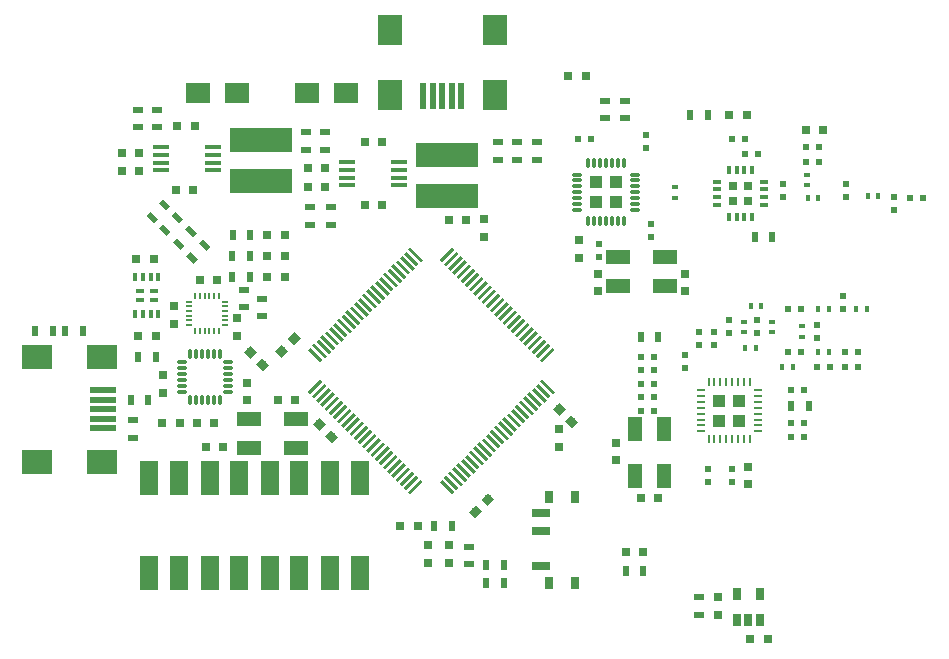
<source format=gtp>
%TF.GenerationSoftware,KiCad,Pcbnew,no-vcs-found-2c23c4c~60~ubuntu14.04.1*%
%TF.CreationDate,2017-10-20T13:03:47+02:00*%
%TF.ProjectId,RCCAR_IF_Board_GPS,52434341525F49465F426F6172645F47,rev?*%
%TF.SameCoordinates,Original*%
%TF.FileFunction,Paste,Top*%
%TF.FilePolarity,Positive*%
%FSLAX46Y46*%
G04 Gerber Fmt 4.6, Leading zero omitted, Abs format (unit mm)*
G04 Created by KiCad (PCBNEW no-vcs-found-2c23c4c~60~ubuntu14.04.1) date Fri Oct 20 13:03:47 2017*
%MOMM*%
%LPD*%
G01*
G04 APERTURE LIST*
%ADD10O,0.200000X0.550000*%
%ADD11O,0.550000X0.200000*%
%ADD12O,0.250000X0.700000*%
%ADD13O,0.700000X0.250000*%
%ADD14R,1.035000X1.035000*%
%ADD15O,0.850000X0.300000*%
%ADD16O,0.300000X0.850000*%
%ADD17R,0.800000X0.750000*%
%ADD18C,0.750000*%
%ADD19C,0.100000*%
%ADD20R,0.750000X0.800000*%
%ADD21R,0.600000X0.500000*%
%ADD22R,0.500000X0.600000*%
%ADD23R,0.900000X0.500000*%
%ADD24R,0.600000X0.400000*%
%ADD25R,0.400000X0.600000*%
%ADD26R,0.500000X0.900000*%
%ADD27R,5.295900X1.998980*%
%ADD28C,0.500000*%
%ADD29C,0.280000*%
%ADD30R,1.005000X1.005000*%
%ADD31R,0.800000X0.350000*%
%ADD32R,0.350000X0.800000*%
%ADD33R,0.750000X0.750000*%
%ADD34R,1.450000X0.450000*%
%ADD35R,2.150000X1.800000*%
%ADD36R,0.797560X0.797560*%
%ADD37R,0.500380X2.301240*%
%ADD38R,1.998980X2.499360*%
%ADD39R,2.499360X1.998980*%
%ADD40R,2.301240X0.500380*%
%ADD41R,1.524000X3.000000*%
%ADD42R,0.720000X0.465000*%
%ADD43R,0.350000X0.650000*%
%ADD44R,0.800000X1.000000*%
%ADD45R,1.500000X0.700000*%
%ADD46R,0.650000X1.060000*%
%ADD47R,2.000000X1.300000*%
%ADD48R,1.300000X2.000000*%
G04 APERTURE END LIST*
D10*
%TO.C,U14*%
X119364000Y-99671000D03*
X118964000Y-99671000D03*
X118564000Y-99671000D03*
X118164000Y-99671000D03*
X117764000Y-99671000D03*
X117364000Y-99671000D03*
D11*
X116864000Y-99171000D03*
X116864000Y-98771000D03*
X116864000Y-98371000D03*
X116864000Y-97971000D03*
X116864000Y-97571000D03*
X116864000Y-97171000D03*
D10*
X117364000Y-96671000D03*
X117764000Y-96671000D03*
X118164000Y-96671000D03*
X118564000Y-96671000D03*
X118964000Y-96671000D03*
X119364000Y-96671000D03*
D11*
X119864000Y-97171000D03*
X119864000Y-97571000D03*
X119864000Y-97971000D03*
X119864000Y-98371000D03*
X119864000Y-98771000D03*
X119864000Y-99171000D03*
%TD*%
D12*
%TO.C,U4*%
X160838000Y-108813000D03*
X161338000Y-108813000D03*
X161838000Y-108813000D03*
X162338000Y-108813000D03*
X162838000Y-108813000D03*
X163338000Y-108813000D03*
X163838000Y-108813000D03*
X164338000Y-108813000D03*
D13*
X164988000Y-108163000D03*
X164988000Y-107663000D03*
X164988000Y-107163000D03*
X164988000Y-106663000D03*
X164988000Y-106163000D03*
X164988000Y-105663000D03*
X164988000Y-105163000D03*
X164988000Y-104663000D03*
D12*
X164338000Y-104013000D03*
X163838000Y-104013000D03*
X163338000Y-104013000D03*
X162838000Y-104013000D03*
X162338000Y-104013000D03*
X161838000Y-104013000D03*
X161338000Y-104013000D03*
X160838000Y-104013000D03*
D13*
X160188000Y-104663000D03*
X160188000Y-105163000D03*
X160188000Y-105663000D03*
X160188000Y-106163000D03*
X160188000Y-106663000D03*
X160188000Y-107163000D03*
X160188000Y-107663000D03*
X160188000Y-108163000D03*
D14*
X163450500Y-105550500D03*
X161725500Y-105550500D03*
X163450500Y-107275500D03*
X161725500Y-107275500D03*
%TD*%
D15*
%TO.C,U8*%
X116252000Y-102331000D03*
X116252000Y-102831000D03*
X116252000Y-103331000D03*
X116252000Y-103831000D03*
X116252000Y-104331000D03*
X116252000Y-104831000D03*
D16*
X116952000Y-105531000D03*
X117452000Y-105531000D03*
X117952000Y-105531000D03*
X118452000Y-105531000D03*
X118952000Y-105531000D03*
X119452000Y-105531000D03*
D15*
X120152000Y-104831000D03*
X120152000Y-104331000D03*
X120152000Y-103831000D03*
X120152000Y-103331000D03*
X120152000Y-102831000D03*
X120152000Y-102331000D03*
D16*
X119452000Y-101631000D03*
X118952000Y-101631000D03*
X118452000Y-101631000D03*
X117952000Y-101631000D03*
X117452000Y-101631000D03*
X116952000Y-101631000D03*
%TD*%
D17*
%TO.C,C1*%
X125857000Y-105537000D03*
X124357000Y-105537000D03*
%TD*%
D18*
%TO.C,C2*%
X149247330Y-107337330D03*
D19*
G36*
X149795338Y-107355008D02*
X149265008Y-107885338D01*
X148699322Y-107319652D01*
X149229652Y-106789322D01*
X149795338Y-107355008D01*
X149795338Y-107355008D01*
G37*
D18*
X148186670Y-106276670D03*
D19*
G36*
X148734678Y-106294348D02*
X148204348Y-106824678D01*
X147638662Y-106258992D01*
X148168992Y-105728662D01*
X148734678Y-106294348D01*
X148734678Y-106294348D01*
G37*
%TD*%
D20*
%TO.C,C3*%
X141859000Y-90182000D03*
X141859000Y-91682000D03*
%TD*%
D17*
%TO.C,C4*%
X119749000Y-109474000D03*
X118249000Y-109474000D03*
%TD*%
%TO.C,C5*%
X150471000Y-78105000D03*
X148971000Y-78105000D03*
%TD*%
D20*
%TO.C,C6*%
X137072715Y-117800274D03*
X137072715Y-119300274D03*
%TD*%
%TO.C,C7*%
X138868767Y-119300274D03*
X138868767Y-117800274D03*
%TD*%
D17*
%TO.C,C8*%
X136228059Y-116205000D03*
X134728059Y-116205000D03*
%TD*%
D18*
%TO.C,C9*%
X128927330Y-108607330D03*
D19*
G36*
X129475338Y-108625008D02*
X128945008Y-109155338D01*
X128379322Y-108589652D01*
X128909652Y-108059322D01*
X129475338Y-108625008D01*
X129475338Y-108625008D01*
G37*
D18*
X127866670Y-107546670D03*
D19*
G36*
X128414678Y-107564348D02*
X127884348Y-108094678D01*
X127318662Y-107528992D01*
X127848992Y-106998662D01*
X128414678Y-107564348D01*
X128414678Y-107564348D01*
G37*
%TD*%
D18*
%TO.C,C10*%
X125752330Y-100307670D03*
D19*
G36*
X125770008Y-99759662D02*
X126300338Y-100289992D01*
X125734652Y-100855678D01*
X125204322Y-100325348D01*
X125770008Y-99759662D01*
X125770008Y-99759662D01*
G37*
D18*
X124691670Y-101368330D03*
D19*
G36*
X124709348Y-100820322D02*
X125239678Y-101350652D01*
X124673992Y-101916338D01*
X124143662Y-101386008D01*
X124709348Y-100820322D01*
X124709348Y-100820322D01*
G37*
%TD*%
D17*
%TO.C,C11*%
X140323000Y-90297000D03*
X138823000Y-90297000D03*
%TD*%
D18*
%TO.C,C12*%
X141097000Y-114979660D03*
D19*
G36*
X141079322Y-115527668D02*
X140548992Y-114997338D01*
X141114678Y-114431652D01*
X141645008Y-114961982D01*
X141079322Y-115527668D01*
X141079322Y-115527668D01*
G37*
D18*
X142157660Y-113919000D03*
D19*
G36*
X142139982Y-114467008D02*
X141609652Y-113936678D01*
X142175338Y-113370992D01*
X142705668Y-113901322D01*
X142139982Y-114467008D01*
X142139982Y-114467008D01*
G37*
%TD*%
D21*
%TO.C,C13*%
X149754500Y-83439000D03*
X150854500Y-83439000D03*
%TD*%
D22*
%TO.C,C14*%
X151574500Y-93387000D03*
X151574500Y-92287000D03*
%TD*%
%TO.C,C15*%
X155956000Y-91736000D03*
X155956000Y-90636000D03*
%TD*%
D20*
%TO.C,C16*%
X151511000Y-96317500D03*
X151511000Y-94817500D03*
%TD*%
D22*
%TO.C,C17*%
X155511500Y-83079500D03*
X155511500Y-84179500D03*
%TD*%
D20*
%TO.C,C18*%
X158877000Y-94817500D03*
X158877000Y-96317500D03*
%TD*%
%TO.C,C19*%
X149860000Y-93460000D03*
X149860000Y-91960000D03*
%TD*%
D17*
%TO.C,C20*%
X170549000Y-82677000D03*
X169049000Y-82677000D03*
%TD*%
D21*
%TO.C,C21*%
X170222000Y-84074000D03*
X169122000Y-84074000D03*
%TD*%
%TO.C,C22*%
X170222000Y-85344000D03*
X169122000Y-85344000D03*
%TD*%
D22*
%TO.C,C23*%
X167132000Y-87207000D03*
X167132000Y-88307000D03*
%TD*%
%TO.C,C24*%
X172466000Y-87207000D03*
X172466000Y-88307000D03*
%TD*%
D21*
%TO.C,C25*%
X177885000Y-88392000D03*
X178985000Y-88392000D03*
%TD*%
D22*
%TO.C,C26*%
X176530000Y-89450000D03*
X176530000Y-88350000D03*
%TD*%
%TO.C,C27*%
X160782000Y-111337000D03*
X160782000Y-112437000D03*
%TD*%
%TO.C,C28*%
X162814000Y-111337000D03*
X162814000Y-112437000D03*
%TD*%
D20*
%TO.C,C29*%
X164211000Y-112637000D03*
X164211000Y-111137000D03*
%TD*%
%TO.C,C30*%
X153035000Y-110605000D03*
X153035000Y-109105000D03*
%TD*%
D17*
%TO.C,C31*%
X155079000Y-113792000D03*
X156579000Y-113792000D03*
%TD*%
D21*
%TO.C,C32*%
X155152000Y-106426000D03*
X156252000Y-106426000D03*
%TD*%
%TO.C,C33*%
X167852000Y-108648500D03*
X168952000Y-108648500D03*
%TD*%
%TO.C,C34*%
X155152000Y-104140000D03*
X156252000Y-104140000D03*
%TD*%
%TO.C,C35*%
X167852000Y-107442000D03*
X168952000Y-107442000D03*
%TD*%
%TO.C,C36*%
X156252000Y-105283000D03*
X155152000Y-105283000D03*
%TD*%
%TO.C,C37*%
X167852000Y-104648000D03*
X168952000Y-104648000D03*
%TD*%
%TO.C,C38*%
X156252000Y-101854000D03*
X155152000Y-101854000D03*
%TD*%
%TO.C,C39*%
X156252000Y-102997000D03*
X155152000Y-102997000D03*
%TD*%
D22*
%TO.C,C40*%
X158877000Y-102785000D03*
X158877000Y-101685000D03*
%TD*%
%TO.C,C41*%
X160020000Y-100880000D03*
X160020000Y-99780000D03*
%TD*%
D21*
%TO.C,C42*%
X172424000Y-101473000D03*
X173524000Y-101473000D03*
%TD*%
D22*
%TO.C,C43*%
X161290000Y-100880000D03*
X161290000Y-99780000D03*
%TD*%
D21*
%TO.C,C44*%
X168698000Y-101473000D03*
X167598000Y-101473000D03*
%TD*%
%TO.C,C45*%
X170011000Y-102743000D03*
X171111000Y-102743000D03*
%TD*%
%TO.C,C46*%
X172424000Y-102743000D03*
X173524000Y-102743000D03*
%TD*%
D22*
%TO.C,C47*%
X170053000Y-99145000D03*
X170053000Y-100245000D03*
%TD*%
%TO.C,C48*%
X164973000Y-98764000D03*
X164973000Y-99864000D03*
%TD*%
%TO.C,C49*%
X162560000Y-98764000D03*
X162560000Y-99864000D03*
%TD*%
D21*
%TO.C,C50*%
X167598000Y-97790000D03*
X168698000Y-97790000D03*
%TD*%
D22*
%TO.C,C51*%
X172212000Y-97832000D03*
X172212000Y-96732000D03*
%TD*%
D17*
%TO.C,C52*%
X112637000Y-86106000D03*
X111137000Y-86106000D03*
%TD*%
%TO.C,C53*%
X112637000Y-84582000D03*
X111137000Y-84582000D03*
%TD*%
%TO.C,C54*%
X115709000Y-87757000D03*
X117209000Y-87757000D03*
%TD*%
%TO.C,C55*%
X117336000Y-82296000D03*
X115836000Y-82296000D03*
%TD*%
%TO.C,C57*%
X128385000Y-87503000D03*
X126885000Y-87503000D03*
%TD*%
%TO.C,C58*%
X128385000Y-85852000D03*
X126885000Y-85852000D03*
%TD*%
%TO.C,C59*%
X131711000Y-89027000D03*
X133211000Y-89027000D03*
%TD*%
%TO.C,C60*%
X133211000Y-83693000D03*
X131711000Y-83693000D03*
%TD*%
D20*
%TO.C,C61*%
X161671000Y-122186000D03*
X161671000Y-123686000D03*
%TD*%
D17*
%TO.C,C62*%
X165850000Y-125730000D03*
X164350000Y-125730000D03*
%TD*%
%TO.C,C63*%
X112532197Y-100071004D03*
X114032197Y-100071004D03*
%TD*%
%TO.C,C64*%
X118987000Y-107442000D03*
X117487000Y-107442000D03*
%TD*%
D18*
%TO.C,C65*%
X122024670Y-101450670D03*
D19*
G36*
X121476662Y-101432992D02*
X122006992Y-100902662D01*
X122572678Y-101468348D01*
X122042348Y-101998678D01*
X121476662Y-101432992D01*
X121476662Y-101432992D01*
G37*
D18*
X123085330Y-102511330D03*
D19*
G36*
X122537322Y-102493652D02*
X123067652Y-101963322D01*
X123633338Y-102529008D01*
X123103008Y-103059338D01*
X122537322Y-102493652D01*
X122537322Y-102493652D01*
G37*
%TD*%
D20*
%TO.C,C66*%
X114681000Y-104890000D03*
X114681000Y-103390000D03*
%TD*%
D17*
%TO.C,C67*%
X114566000Y-107442000D03*
X116066000Y-107442000D03*
%TD*%
D20*
%TO.C,C68*%
X121793000Y-104025000D03*
X121793000Y-105525000D03*
%TD*%
D23*
%TO.C,L1*%
X140575015Y-119421656D03*
X140575015Y-117921656D03*
%TD*%
D24*
%TO.C,L2*%
X169164000Y-87318000D03*
X169164000Y-86418000D03*
%TD*%
D25*
%TO.C,L3*%
X169222000Y-88392000D03*
X170122000Y-88392000D03*
%TD*%
%TO.C,L4*%
X174302000Y-88265000D03*
X175202000Y-88265000D03*
%TD*%
%TO.C,L5*%
X167063000Y-102743000D03*
X167963000Y-102743000D03*
%TD*%
%TO.C,L6*%
X163946000Y-101092000D03*
X164846000Y-101092000D03*
%TD*%
D24*
%TO.C,L7*%
X168783000Y-99245000D03*
X168783000Y-100145000D03*
%TD*%
D26*
%TO.C,L8*%
X156591000Y-100203000D03*
X155091000Y-100203000D03*
%TD*%
D24*
%TO.C,L9*%
X163830000Y-98864000D03*
X163830000Y-99764000D03*
%TD*%
%TO.C,L10*%
X166243000Y-98864000D03*
X166243000Y-99764000D03*
%TD*%
D25*
%TO.C,L11*%
X171011000Y-97790000D03*
X170111000Y-97790000D03*
%TD*%
%TO.C,L12*%
X164396000Y-97536000D03*
X165296000Y-97536000D03*
%TD*%
%TO.C,L13*%
X174249500Y-97790000D03*
X173349500Y-97790000D03*
%TD*%
D27*
%TO.C,L14*%
X122936000Y-83469480D03*
X122936000Y-86964520D03*
%TD*%
D24*
%TO.C,L15*%
X157988000Y-87492000D03*
X157988000Y-88392000D03*
%TD*%
D27*
%TO.C,L16*%
X138684000Y-84752480D03*
X138684000Y-88247520D03*
%TD*%
D26*
%TO.C,R1*%
X122023000Y-93281500D03*
X120523000Y-93281500D03*
%TD*%
%TO.C,R2*%
X122023000Y-95059500D03*
X120523000Y-95059500D03*
%TD*%
%TO.C,R3*%
X139101741Y-116215408D03*
X137601741Y-116215408D03*
%TD*%
D23*
%TO.C,R4*%
X152082500Y-80149000D03*
X152082500Y-81649000D03*
%TD*%
%TO.C,R5*%
X153733500Y-81649000D03*
X153733500Y-80149000D03*
%TD*%
%TO.C,R6*%
X160020000Y-122186000D03*
X160020000Y-123686000D03*
%TD*%
D26*
%TO.C,R7*%
X111899000Y-105537000D03*
X113399000Y-105537000D03*
%TD*%
%TO.C,R8*%
X164731000Y-91694000D03*
X166231000Y-91694000D03*
%TD*%
D23*
%TO.C,R9*%
X112141000Y-107200000D03*
X112141000Y-108700000D03*
%TD*%
D26*
%TO.C,R10*%
X155309000Y-120015000D03*
X153809000Y-120015000D03*
%TD*%
%TO.C,R11*%
X167842500Y-106045000D03*
X169342500Y-106045000D03*
%TD*%
D25*
%TO.C,R12*%
X170111000Y-101473000D03*
X171011000Y-101473000D03*
%TD*%
D23*
%TO.C,R13*%
X112522000Y-82411000D03*
X112522000Y-80911000D03*
%TD*%
%TO.C,R14*%
X114173000Y-80911000D03*
X114173000Y-82411000D03*
%TD*%
D26*
%TO.C,R15*%
X105301000Y-99648000D03*
X103801000Y-99648000D03*
%TD*%
%TO.C,R16*%
X107841000Y-99648000D03*
X106341000Y-99648000D03*
%TD*%
D28*
%TO.C,R17*%
X114784030Y-91120055D03*
D19*
G36*
X114925451Y-91615030D02*
X114289055Y-90978634D01*
X114642609Y-90625080D01*
X115279005Y-91261476D01*
X114925451Y-91615030D01*
X114925451Y-91615030D01*
G37*
D28*
X115844690Y-90059395D03*
D19*
G36*
X115986111Y-90554370D02*
X115349715Y-89917974D01*
X115703269Y-89564420D01*
X116339665Y-90200816D01*
X115986111Y-90554370D01*
X115986111Y-90554370D01*
G37*
%TD*%
D28*
%TO.C,R18*%
X113706399Y-90042424D03*
D19*
G36*
X113847820Y-90537399D02*
X113211424Y-89901003D01*
X113564978Y-89547449D01*
X114201374Y-90183845D01*
X113847820Y-90537399D01*
X113847820Y-90537399D01*
G37*
D28*
X114767059Y-88981764D03*
D19*
G36*
X114908480Y-89476739D02*
X114272084Y-88840343D01*
X114625638Y-88486789D01*
X115262034Y-89123185D01*
X114908480Y-89476739D01*
X114908480Y-89476739D01*
G37*
%TD*%
D26*
%TO.C,R19*%
X114032196Y-101849004D03*
X112532196Y-101849004D03*
%TD*%
D23*
%TO.C,R21*%
X146304000Y-85189000D03*
X146304000Y-83689000D03*
%TD*%
%TO.C,R22*%
X144653000Y-85177000D03*
X144653000Y-83677000D03*
%TD*%
%TO.C,R23*%
X143002000Y-85177000D03*
X143002000Y-83677000D03*
%TD*%
D26*
%TO.C,R24*%
X143510000Y-119507000D03*
X142010000Y-119507000D03*
%TD*%
%TO.C,R25*%
X143498000Y-121031000D03*
X141998000Y-121031000D03*
%TD*%
D23*
%TO.C,R26*%
X121539000Y-97651000D03*
X121539000Y-96151000D03*
%TD*%
%TO.C,R27*%
X123063000Y-98413000D03*
X123063000Y-96913000D03*
%TD*%
%TO.C,R28*%
X127127000Y-89166000D03*
X127127000Y-90666000D03*
%TD*%
%TO.C,R29*%
X128905000Y-89166000D03*
X128905000Y-90666000D03*
%TD*%
%TO.C,R30*%
X128397000Y-84316000D03*
X128397000Y-82816000D03*
%TD*%
%TO.C,R31*%
X126746000Y-82816000D03*
X126746000Y-84316000D03*
%TD*%
D29*
%TO.C,U1*%
X127542412Y-104387020D03*
D19*
G36*
X127111077Y-105016345D02*
X126913087Y-104818355D01*
X127973747Y-103757695D01*
X128171737Y-103955685D01*
X127111077Y-105016345D01*
X127111077Y-105016345D01*
G37*
D29*
X127895965Y-104740573D03*
D19*
G36*
X127464630Y-105369898D02*
X127266640Y-105171908D01*
X128327300Y-104111248D01*
X128525290Y-104309238D01*
X127464630Y-105369898D01*
X127464630Y-105369898D01*
G37*
D29*
X128249519Y-105094127D03*
D19*
G36*
X127818184Y-105723452D02*
X127620194Y-105525462D01*
X128680854Y-104464802D01*
X128878844Y-104662792D01*
X127818184Y-105723452D01*
X127818184Y-105723452D01*
G37*
D29*
X128603072Y-105447680D03*
D19*
G36*
X128171737Y-106077005D02*
X127973747Y-105879015D01*
X129034407Y-104818355D01*
X129232397Y-105016345D01*
X128171737Y-106077005D01*
X128171737Y-106077005D01*
G37*
D29*
X128956625Y-105801233D03*
D19*
G36*
X128525290Y-106430558D02*
X128327300Y-106232568D01*
X129387960Y-105171908D01*
X129585950Y-105369898D01*
X128525290Y-106430558D01*
X128525290Y-106430558D01*
G37*
D29*
X129310179Y-106154787D03*
D19*
G36*
X128878844Y-106784112D02*
X128680854Y-106586122D01*
X129741514Y-105525462D01*
X129939504Y-105723452D01*
X128878844Y-106784112D01*
X128878844Y-106784112D01*
G37*
D29*
X129663732Y-106508340D03*
D19*
G36*
X129232397Y-107137665D02*
X129034407Y-106939675D01*
X130095067Y-105879015D01*
X130293057Y-106077005D01*
X129232397Y-107137665D01*
X129232397Y-107137665D01*
G37*
D29*
X130017285Y-106861894D03*
D19*
G36*
X129585950Y-107491219D02*
X129387960Y-107293229D01*
X130448620Y-106232569D01*
X130646610Y-106430559D01*
X129585950Y-107491219D01*
X129585950Y-107491219D01*
G37*
D29*
X130370839Y-107215447D03*
D19*
G36*
X129939504Y-107844772D02*
X129741514Y-107646782D01*
X130802174Y-106586122D01*
X131000164Y-106784112D01*
X129939504Y-107844772D01*
X129939504Y-107844772D01*
G37*
D29*
X130724392Y-107569000D03*
D19*
G36*
X130293057Y-108198325D02*
X130095067Y-108000335D01*
X131155727Y-106939675D01*
X131353717Y-107137665D01*
X130293057Y-108198325D01*
X130293057Y-108198325D01*
G37*
D29*
X131077946Y-107922554D03*
D19*
G36*
X130646611Y-108551879D02*
X130448621Y-108353889D01*
X131509281Y-107293229D01*
X131707271Y-107491219D01*
X130646611Y-108551879D01*
X130646611Y-108551879D01*
G37*
D29*
X131431499Y-108276107D03*
D19*
G36*
X131000164Y-108905432D02*
X130802174Y-108707442D01*
X131862834Y-107646782D01*
X132060824Y-107844772D01*
X131000164Y-108905432D01*
X131000164Y-108905432D01*
G37*
D29*
X131785052Y-108629661D03*
D19*
G36*
X131353717Y-109258986D02*
X131155727Y-109060996D01*
X132216387Y-108000336D01*
X132414377Y-108198326D01*
X131353717Y-109258986D01*
X131353717Y-109258986D01*
G37*
D29*
X132138606Y-108983214D03*
D19*
G36*
X131707271Y-109612539D02*
X131509281Y-109414549D01*
X132569941Y-108353889D01*
X132767931Y-108551879D01*
X131707271Y-109612539D01*
X131707271Y-109612539D01*
G37*
D29*
X132492159Y-109336767D03*
D19*
G36*
X132060824Y-109966092D02*
X131862834Y-109768102D01*
X132923494Y-108707442D01*
X133121484Y-108905432D01*
X132060824Y-109966092D01*
X132060824Y-109966092D01*
G37*
D29*
X132845713Y-109690321D03*
D19*
G36*
X132414378Y-110319646D02*
X132216388Y-110121656D01*
X133277048Y-109060996D01*
X133475038Y-109258986D01*
X132414378Y-110319646D01*
X132414378Y-110319646D01*
G37*
D29*
X133199266Y-110043874D03*
D19*
G36*
X132767931Y-110673199D02*
X132569941Y-110475209D01*
X133630601Y-109414549D01*
X133828591Y-109612539D01*
X132767931Y-110673199D01*
X132767931Y-110673199D01*
G37*
D29*
X133552819Y-110397428D03*
D19*
G36*
X133121484Y-111026753D02*
X132923494Y-110828763D01*
X133984154Y-109768103D01*
X134182144Y-109966093D01*
X133121484Y-111026753D01*
X133121484Y-111026753D01*
G37*
D29*
X133906373Y-110750981D03*
D19*
G36*
X133475038Y-111380306D02*
X133277048Y-111182316D01*
X134337708Y-110121656D01*
X134535698Y-110319646D01*
X133475038Y-111380306D01*
X133475038Y-111380306D01*
G37*
D29*
X134259926Y-111104534D03*
D19*
G36*
X133828591Y-111733859D02*
X133630601Y-111535869D01*
X134691261Y-110475209D01*
X134889251Y-110673199D01*
X133828591Y-111733859D01*
X133828591Y-111733859D01*
G37*
D29*
X134613480Y-111458088D03*
D19*
G36*
X134182145Y-112087413D02*
X133984155Y-111889423D01*
X135044815Y-110828763D01*
X135242805Y-111026753D01*
X134182145Y-112087413D01*
X134182145Y-112087413D01*
G37*
D29*
X134967033Y-111811641D03*
D19*
G36*
X134535698Y-112440966D02*
X134337708Y-112242976D01*
X135398368Y-111182316D01*
X135596358Y-111380306D01*
X134535698Y-112440966D01*
X134535698Y-112440966D01*
G37*
D29*
X135320586Y-112165194D03*
D19*
G36*
X134889251Y-112794519D02*
X134691261Y-112596529D01*
X135751921Y-111535869D01*
X135949911Y-111733859D01*
X134889251Y-112794519D01*
X134889251Y-112794519D01*
G37*
D29*
X135674140Y-112518748D03*
D19*
G36*
X135242805Y-113148073D02*
X135044815Y-112950083D01*
X136105475Y-111889423D01*
X136303465Y-112087413D01*
X135242805Y-113148073D01*
X135242805Y-113148073D01*
G37*
D29*
X136027693Y-112872301D03*
D19*
G36*
X135596358Y-113501626D02*
X135398368Y-113303636D01*
X136459028Y-112242976D01*
X136657018Y-112440966D01*
X135596358Y-113501626D01*
X135596358Y-113501626D01*
G37*
D29*
X138714699Y-112872301D03*
D19*
G36*
X139344024Y-113303636D02*
X139146034Y-113501626D01*
X138085374Y-112440966D01*
X138283364Y-112242976D01*
X139344024Y-113303636D01*
X139344024Y-113303636D01*
G37*
D29*
X139068252Y-112518748D03*
D19*
G36*
X139697577Y-112950083D02*
X139499587Y-113148073D01*
X138438927Y-112087413D01*
X138636917Y-111889423D01*
X139697577Y-112950083D01*
X139697577Y-112950083D01*
G37*
D29*
X139421806Y-112165194D03*
D19*
G36*
X140051131Y-112596529D02*
X139853141Y-112794519D01*
X138792481Y-111733859D01*
X138990471Y-111535869D01*
X140051131Y-112596529D01*
X140051131Y-112596529D01*
G37*
D29*
X139775359Y-111811641D03*
D19*
G36*
X140404684Y-112242976D02*
X140206694Y-112440966D01*
X139146034Y-111380306D01*
X139344024Y-111182316D01*
X140404684Y-112242976D01*
X140404684Y-112242976D01*
G37*
D29*
X140128912Y-111458088D03*
D19*
G36*
X140758237Y-111889423D02*
X140560247Y-112087413D01*
X139499587Y-111026753D01*
X139697577Y-110828763D01*
X140758237Y-111889423D01*
X140758237Y-111889423D01*
G37*
D29*
X140482466Y-111104534D03*
D19*
G36*
X141111791Y-111535869D02*
X140913801Y-111733859D01*
X139853141Y-110673199D01*
X140051131Y-110475209D01*
X141111791Y-111535869D01*
X141111791Y-111535869D01*
G37*
D29*
X140836019Y-110750981D03*
D19*
G36*
X141465344Y-111182316D02*
X141267354Y-111380306D01*
X140206694Y-110319646D01*
X140404684Y-110121656D01*
X141465344Y-111182316D01*
X141465344Y-111182316D01*
G37*
D29*
X141189573Y-110397428D03*
D19*
G36*
X141818898Y-110828763D02*
X141620908Y-111026753D01*
X140560248Y-109966093D01*
X140758238Y-109768103D01*
X141818898Y-110828763D01*
X141818898Y-110828763D01*
G37*
D29*
X141543126Y-110043874D03*
D19*
G36*
X142172451Y-110475209D02*
X141974461Y-110673199D01*
X140913801Y-109612539D01*
X141111791Y-109414549D01*
X142172451Y-110475209D01*
X142172451Y-110475209D01*
G37*
D29*
X141896679Y-109690321D03*
D19*
G36*
X142526004Y-110121656D02*
X142328014Y-110319646D01*
X141267354Y-109258986D01*
X141465344Y-109060996D01*
X142526004Y-110121656D01*
X142526004Y-110121656D01*
G37*
D29*
X142250233Y-109336767D03*
D19*
G36*
X142879558Y-109768102D02*
X142681568Y-109966092D01*
X141620908Y-108905432D01*
X141818898Y-108707442D01*
X142879558Y-109768102D01*
X142879558Y-109768102D01*
G37*
D29*
X142603786Y-108983214D03*
D19*
G36*
X143233111Y-109414549D02*
X143035121Y-109612539D01*
X141974461Y-108551879D01*
X142172451Y-108353889D01*
X143233111Y-109414549D01*
X143233111Y-109414549D01*
G37*
D29*
X142957340Y-108629661D03*
D19*
G36*
X143586665Y-109060996D02*
X143388675Y-109258986D01*
X142328015Y-108198326D01*
X142526005Y-108000336D01*
X143586665Y-109060996D01*
X143586665Y-109060996D01*
G37*
D29*
X143310893Y-108276107D03*
D19*
G36*
X143940218Y-108707442D02*
X143742228Y-108905432D01*
X142681568Y-107844772D01*
X142879558Y-107646782D01*
X143940218Y-108707442D01*
X143940218Y-108707442D01*
G37*
D29*
X143664446Y-107922554D03*
D19*
G36*
X144293771Y-108353889D02*
X144095781Y-108551879D01*
X143035121Y-107491219D01*
X143233111Y-107293229D01*
X144293771Y-108353889D01*
X144293771Y-108353889D01*
G37*
D29*
X144018000Y-107569000D03*
D19*
G36*
X144647325Y-108000335D02*
X144449335Y-108198325D01*
X143388675Y-107137665D01*
X143586665Y-106939675D01*
X144647325Y-108000335D01*
X144647325Y-108000335D01*
G37*
D29*
X144371553Y-107215447D03*
D19*
G36*
X145000878Y-107646782D02*
X144802888Y-107844772D01*
X143742228Y-106784112D01*
X143940218Y-106586122D01*
X145000878Y-107646782D01*
X145000878Y-107646782D01*
G37*
D29*
X144725107Y-106861894D03*
D19*
G36*
X145354432Y-107293229D02*
X145156442Y-107491219D01*
X144095782Y-106430559D01*
X144293772Y-106232569D01*
X145354432Y-107293229D01*
X145354432Y-107293229D01*
G37*
D29*
X145078660Y-106508340D03*
D19*
G36*
X145707985Y-106939675D02*
X145509995Y-107137665D01*
X144449335Y-106077005D01*
X144647325Y-105879015D01*
X145707985Y-106939675D01*
X145707985Y-106939675D01*
G37*
D29*
X145432213Y-106154787D03*
D19*
G36*
X146061538Y-106586122D02*
X145863548Y-106784112D01*
X144802888Y-105723452D01*
X145000878Y-105525462D01*
X146061538Y-106586122D01*
X146061538Y-106586122D01*
G37*
D29*
X145785767Y-105801233D03*
D19*
G36*
X146415092Y-106232568D02*
X146217102Y-106430558D01*
X145156442Y-105369898D01*
X145354432Y-105171908D01*
X146415092Y-106232568D01*
X146415092Y-106232568D01*
G37*
D29*
X146139320Y-105447680D03*
D19*
G36*
X146768645Y-105879015D02*
X146570655Y-106077005D01*
X145509995Y-105016345D01*
X145707985Y-104818355D01*
X146768645Y-105879015D01*
X146768645Y-105879015D01*
G37*
D29*
X146492873Y-105094127D03*
D19*
G36*
X147122198Y-105525462D02*
X146924208Y-105723452D01*
X145863548Y-104662792D01*
X146061538Y-104464802D01*
X147122198Y-105525462D01*
X147122198Y-105525462D01*
G37*
D29*
X146846427Y-104740573D03*
D19*
G36*
X147475752Y-105171908D02*
X147277762Y-105369898D01*
X146217102Y-104309238D01*
X146415092Y-104111248D01*
X147475752Y-105171908D01*
X147475752Y-105171908D01*
G37*
D29*
X147199980Y-104387020D03*
D19*
G36*
X147829305Y-104818355D02*
X147631315Y-105016345D01*
X146570655Y-103955685D01*
X146768645Y-103757695D01*
X147829305Y-104818355D01*
X147829305Y-104818355D01*
G37*
D29*
X147199980Y-101700014D03*
D19*
G36*
X146768645Y-102329339D02*
X146570655Y-102131349D01*
X147631315Y-101070689D01*
X147829305Y-101268679D01*
X146768645Y-102329339D01*
X146768645Y-102329339D01*
G37*
D29*
X146846427Y-101346461D03*
D19*
G36*
X146415092Y-101975786D02*
X146217102Y-101777796D01*
X147277762Y-100717136D01*
X147475752Y-100915126D01*
X146415092Y-101975786D01*
X146415092Y-101975786D01*
G37*
D29*
X146492873Y-100992907D03*
D19*
G36*
X146061538Y-101622232D02*
X145863548Y-101424242D01*
X146924208Y-100363582D01*
X147122198Y-100561572D01*
X146061538Y-101622232D01*
X146061538Y-101622232D01*
G37*
D29*
X146139320Y-100639354D03*
D19*
G36*
X145707985Y-101268679D02*
X145509995Y-101070689D01*
X146570655Y-100010029D01*
X146768645Y-100208019D01*
X145707985Y-101268679D01*
X145707985Y-101268679D01*
G37*
D29*
X145785767Y-100285801D03*
D19*
G36*
X145354432Y-100915126D02*
X145156442Y-100717136D01*
X146217102Y-99656476D01*
X146415092Y-99854466D01*
X145354432Y-100915126D01*
X145354432Y-100915126D01*
G37*
D29*
X145432213Y-99932247D03*
D19*
G36*
X145000878Y-100561572D02*
X144802888Y-100363582D01*
X145863548Y-99302922D01*
X146061538Y-99500912D01*
X145000878Y-100561572D01*
X145000878Y-100561572D01*
G37*
D29*
X145078660Y-99578694D03*
D19*
G36*
X144647325Y-100208019D02*
X144449335Y-100010029D01*
X145509995Y-98949369D01*
X145707985Y-99147359D01*
X144647325Y-100208019D01*
X144647325Y-100208019D01*
G37*
D29*
X144725107Y-99225140D03*
D19*
G36*
X144293772Y-99854465D02*
X144095782Y-99656475D01*
X145156442Y-98595815D01*
X145354432Y-98793805D01*
X144293772Y-99854465D01*
X144293772Y-99854465D01*
G37*
D29*
X144371553Y-98871587D03*
D19*
G36*
X143940218Y-99500912D02*
X143742228Y-99302922D01*
X144802888Y-98242262D01*
X145000878Y-98440252D01*
X143940218Y-99500912D01*
X143940218Y-99500912D01*
G37*
D29*
X144018000Y-98518034D03*
D19*
G36*
X143586665Y-99147359D02*
X143388675Y-98949369D01*
X144449335Y-97888709D01*
X144647325Y-98086699D01*
X143586665Y-99147359D01*
X143586665Y-99147359D01*
G37*
D29*
X143664446Y-98164480D03*
D19*
G36*
X143233111Y-98793805D02*
X143035121Y-98595815D01*
X144095781Y-97535155D01*
X144293771Y-97733145D01*
X143233111Y-98793805D01*
X143233111Y-98793805D01*
G37*
D29*
X143310893Y-97810927D03*
D19*
G36*
X142879558Y-98440252D02*
X142681568Y-98242262D01*
X143742228Y-97181602D01*
X143940218Y-97379592D01*
X142879558Y-98440252D01*
X142879558Y-98440252D01*
G37*
D29*
X142957340Y-97457373D03*
D19*
G36*
X142526005Y-98086698D02*
X142328015Y-97888708D01*
X143388675Y-96828048D01*
X143586665Y-97026038D01*
X142526005Y-98086698D01*
X142526005Y-98086698D01*
G37*
D29*
X142603786Y-97103820D03*
D19*
G36*
X142172451Y-97733145D02*
X141974461Y-97535155D01*
X143035121Y-96474495D01*
X143233111Y-96672485D01*
X142172451Y-97733145D01*
X142172451Y-97733145D01*
G37*
D29*
X142250233Y-96750267D03*
D19*
G36*
X141818898Y-97379592D02*
X141620908Y-97181602D01*
X142681568Y-96120942D01*
X142879558Y-96318932D01*
X141818898Y-97379592D01*
X141818898Y-97379592D01*
G37*
D29*
X141896679Y-96396713D03*
D19*
G36*
X141465344Y-97026038D02*
X141267354Y-96828048D01*
X142328014Y-95767388D01*
X142526004Y-95965378D01*
X141465344Y-97026038D01*
X141465344Y-97026038D01*
G37*
D29*
X141543126Y-96043160D03*
D19*
G36*
X141111791Y-96672485D02*
X140913801Y-96474495D01*
X141974461Y-95413835D01*
X142172451Y-95611825D01*
X141111791Y-96672485D01*
X141111791Y-96672485D01*
G37*
D29*
X141189573Y-95689606D03*
D19*
G36*
X140758238Y-96318931D02*
X140560248Y-96120941D01*
X141620908Y-95060281D01*
X141818898Y-95258271D01*
X140758238Y-96318931D01*
X140758238Y-96318931D01*
G37*
D29*
X140836019Y-95336053D03*
D19*
G36*
X140404684Y-95965378D02*
X140206694Y-95767388D01*
X141267354Y-94706728D01*
X141465344Y-94904718D01*
X140404684Y-95965378D01*
X140404684Y-95965378D01*
G37*
D29*
X140482466Y-94982500D03*
D19*
G36*
X140051131Y-95611825D02*
X139853141Y-95413835D01*
X140913801Y-94353175D01*
X141111791Y-94551165D01*
X140051131Y-95611825D01*
X140051131Y-95611825D01*
G37*
D29*
X140128912Y-94628946D03*
D19*
G36*
X139697577Y-95258271D02*
X139499587Y-95060281D01*
X140560247Y-93999621D01*
X140758237Y-94197611D01*
X139697577Y-95258271D01*
X139697577Y-95258271D01*
G37*
D29*
X139775359Y-94275393D03*
D19*
G36*
X139344024Y-94904718D02*
X139146034Y-94706728D01*
X140206694Y-93646068D01*
X140404684Y-93844058D01*
X139344024Y-94904718D01*
X139344024Y-94904718D01*
G37*
D29*
X139421806Y-93921840D03*
D19*
G36*
X138990471Y-94551165D02*
X138792481Y-94353175D01*
X139853141Y-93292515D01*
X140051131Y-93490505D01*
X138990471Y-94551165D01*
X138990471Y-94551165D01*
G37*
D29*
X139068252Y-93568286D03*
D19*
G36*
X138636917Y-94197611D02*
X138438927Y-93999621D01*
X139499587Y-92938961D01*
X139697577Y-93136951D01*
X138636917Y-94197611D01*
X138636917Y-94197611D01*
G37*
D29*
X138714699Y-93214733D03*
D19*
G36*
X138283364Y-93844058D02*
X138085374Y-93646068D01*
X139146034Y-92585408D01*
X139344024Y-92783398D01*
X138283364Y-93844058D01*
X138283364Y-93844058D01*
G37*
D29*
X136027693Y-93214733D03*
D19*
G36*
X136657018Y-93646068D02*
X136459028Y-93844058D01*
X135398368Y-92783398D01*
X135596358Y-92585408D01*
X136657018Y-93646068D01*
X136657018Y-93646068D01*
G37*
D29*
X135674140Y-93568286D03*
D19*
G36*
X136303465Y-93999621D02*
X136105475Y-94197611D01*
X135044815Y-93136951D01*
X135242805Y-92938961D01*
X136303465Y-93999621D01*
X136303465Y-93999621D01*
G37*
D29*
X135320586Y-93921840D03*
D19*
G36*
X135949911Y-94353175D02*
X135751921Y-94551165D01*
X134691261Y-93490505D01*
X134889251Y-93292515D01*
X135949911Y-94353175D01*
X135949911Y-94353175D01*
G37*
D29*
X134967033Y-94275393D03*
D19*
G36*
X135596358Y-94706728D02*
X135398368Y-94904718D01*
X134337708Y-93844058D01*
X134535698Y-93646068D01*
X135596358Y-94706728D01*
X135596358Y-94706728D01*
G37*
D29*
X134613480Y-94628946D03*
D19*
G36*
X135242805Y-95060281D02*
X135044815Y-95258271D01*
X133984155Y-94197611D01*
X134182145Y-93999621D01*
X135242805Y-95060281D01*
X135242805Y-95060281D01*
G37*
D29*
X134259926Y-94982500D03*
D19*
G36*
X134889251Y-95413835D02*
X134691261Y-95611825D01*
X133630601Y-94551165D01*
X133828591Y-94353175D01*
X134889251Y-95413835D01*
X134889251Y-95413835D01*
G37*
D29*
X133906373Y-95336053D03*
D19*
G36*
X134535698Y-95767388D02*
X134337708Y-95965378D01*
X133277048Y-94904718D01*
X133475038Y-94706728D01*
X134535698Y-95767388D01*
X134535698Y-95767388D01*
G37*
D29*
X133552819Y-95689606D03*
D19*
G36*
X134182144Y-96120941D02*
X133984154Y-96318931D01*
X132923494Y-95258271D01*
X133121484Y-95060281D01*
X134182144Y-96120941D01*
X134182144Y-96120941D01*
G37*
D29*
X133199266Y-96043160D03*
D19*
G36*
X133828591Y-96474495D02*
X133630601Y-96672485D01*
X132569941Y-95611825D01*
X132767931Y-95413835D01*
X133828591Y-96474495D01*
X133828591Y-96474495D01*
G37*
D29*
X132845713Y-96396713D03*
D19*
G36*
X133475038Y-96828048D02*
X133277048Y-97026038D01*
X132216388Y-95965378D01*
X132414378Y-95767388D01*
X133475038Y-96828048D01*
X133475038Y-96828048D01*
G37*
D29*
X132492159Y-96750267D03*
D19*
G36*
X133121484Y-97181602D02*
X132923494Y-97379592D01*
X131862834Y-96318932D01*
X132060824Y-96120942D01*
X133121484Y-97181602D01*
X133121484Y-97181602D01*
G37*
D29*
X132138606Y-97103820D03*
D19*
G36*
X132767931Y-97535155D02*
X132569941Y-97733145D01*
X131509281Y-96672485D01*
X131707271Y-96474495D01*
X132767931Y-97535155D01*
X132767931Y-97535155D01*
G37*
D29*
X131785052Y-97457373D03*
D19*
G36*
X132414377Y-97888708D02*
X132216387Y-98086698D01*
X131155727Y-97026038D01*
X131353717Y-96828048D01*
X132414377Y-97888708D01*
X132414377Y-97888708D01*
G37*
D29*
X131431499Y-97810927D03*
D19*
G36*
X132060824Y-98242262D02*
X131862834Y-98440252D01*
X130802174Y-97379592D01*
X131000164Y-97181602D01*
X132060824Y-98242262D01*
X132060824Y-98242262D01*
G37*
D29*
X131077946Y-98164480D03*
D19*
G36*
X131707271Y-98595815D02*
X131509281Y-98793805D01*
X130448621Y-97733145D01*
X130646611Y-97535155D01*
X131707271Y-98595815D01*
X131707271Y-98595815D01*
G37*
D29*
X130724392Y-98518034D03*
D19*
G36*
X131353717Y-98949369D02*
X131155727Y-99147359D01*
X130095067Y-98086699D01*
X130293057Y-97888709D01*
X131353717Y-98949369D01*
X131353717Y-98949369D01*
G37*
D29*
X130370839Y-98871587D03*
D19*
G36*
X131000164Y-99302922D02*
X130802174Y-99500912D01*
X129741514Y-98440252D01*
X129939504Y-98242262D01*
X131000164Y-99302922D01*
X131000164Y-99302922D01*
G37*
D29*
X130017285Y-99225140D03*
D19*
G36*
X130646610Y-99656475D02*
X130448620Y-99854465D01*
X129387960Y-98793805D01*
X129585950Y-98595815D01*
X130646610Y-99656475D01*
X130646610Y-99656475D01*
G37*
D29*
X129663732Y-99578694D03*
D19*
G36*
X130293057Y-100010029D02*
X130095067Y-100208019D01*
X129034407Y-99147359D01*
X129232397Y-98949369D01*
X130293057Y-100010029D01*
X130293057Y-100010029D01*
G37*
D29*
X129310179Y-99932247D03*
D19*
G36*
X129939504Y-100363582D02*
X129741514Y-100561572D01*
X128680854Y-99500912D01*
X128878844Y-99302922D01*
X129939504Y-100363582D01*
X129939504Y-100363582D01*
G37*
D29*
X128956625Y-100285801D03*
D19*
G36*
X129585950Y-100717136D02*
X129387960Y-100915126D01*
X128327300Y-99854466D01*
X128525290Y-99656476D01*
X129585950Y-100717136D01*
X129585950Y-100717136D01*
G37*
D29*
X128603072Y-100639354D03*
D19*
G36*
X129232397Y-101070689D02*
X129034407Y-101268679D01*
X127973747Y-100208019D01*
X128171737Y-100010029D01*
X129232397Y-101070689D01*
X129232397Y-101070689D01*
G37*
D29*
X128249519Y-100992907D03*
D19*
G36*
X128878844Y-101424242D02*
X128680854Y-101622232D01*
X127620194Y-100561572D01*
X127818184Y-100363582D01*
X128878844Y-101424242D01*
X128878844Y-101424242D01*
G37*
D29*
X127895965Y-101346461D03*
D19*
G36*
X128525290Y-101777796D02*
X128327300Y-101975786D01*
X127266640Y-100915126D01*
X127464630Y-100717136D01*
X128525290Y-101777796D01*
X128525290Y-101777796D01*
G37*
D29*
X127542412Y-101700014D03*
D19*
G36*
X128171737Y-102131349D02*
X127973747Y-102329339D01*
X126913087Y-101268679D01*
X127111077Y-101070689D01*
X128171737Y-102131349D01*
X128171737Y-102131349D01*
G37*
%TD*%
D15*
%TO.C,U2*%
X149704000Y-86421000D03*
X149704000Y-86921000D03*
X149704000Y-87421000D03*
X149704000Y-87921000D03*
X149704000Y-88421000D03*
X149704000Y-88921000D03*
X149704000Y-89421000D03*
D16*
X150654000Y-90371000D03*
X151154000Y-90371000D03*
X151654000Y-90371000D03*
X152154000Y-90371000D03*
X152654000Y-90371000D03*
X153154000Y-90371000D03*
X153654000Y-90371000D03*
D15*
X154604000Y-89421000D03*
X154604000Y-88921000D03*
X154604000Y-88421000D03*
X154604000Y-87921000D03*
X154604000Y-87421000D03*
X154604000Y-86921000D03*
X154604000Y-86421000D03*
D16*
X153654000Y-85471000D03*
X153154000Y-85471000D03*
X152654000Y-85471000D03*
X152154000Y-85471000D03*
X151654000Y-85471000D03*
X151154000Y-85471000D03*
X150654000Y-85471000D03*
D30*
X152991500Y-88758500D03*
X152991500Y-87083500D03*
X151316500Y-88758500D03*
X151316500Y-87083500D03*
%TD*%
D31*
%TO.C,U3*%
X161544000Y-87026000D03*
X161544000Y-87676000D03*
X161544000Y-88326000D03*
X161544000Y-88976000D03*
D32*
X162569000Y-90001000D03*
X163219000Y-90001000D03*
X163869000Y-90001000D03*
X164519000Y-90001000D03*
D31*
X165544000Y-88976000D03*
X165544000Y-88326000D03*
X165544000Y-87676000D03*
X165544000Y-87026000D03*
D32*
X164519000Y-86001000D03*
X163869000Y-86001000D03*
X163219000Y-86001000D03*
X162569000Y-86001000D03*
D33*
X164169000Y-88626000D03*
X164169000Y-87376000D03*
X162919000Y-88626000D03*
X162919000Y-87376000D03*
%TD*%
D34*
%TO.C,U5*%
X114513000Y-84115000D03*
X114513000Y-84765000D03*
X114513000Y-85415000D03*
X114513000Y-86065000D03*
X118913000Y-86065000D03*
X118913000Y-85415000D03*
X118913000Y-84765000D03*
X118913000Y-84115000D03*
%TD*%
%TO.C,U6*%
X130261000Y-85385000D03*
X130261000Y-86035000D03*
X130261000Y-86685000D03*
X130261000Y-87335000D03*
X134661000Y-87335000D03*
X134661000Y-86685000D03*
X134661000Y-86035000D03*
X134661000Y-85385000D03*
%TD*%
D28*
%TO.C,R33*%
X117118896Y-93454922D03*
D19*
G36*
X117260317Y-93949897D02*
X116623921Y-93313501D01*
X116977475Y-92959947D01*
X117613871Y-93596343D01*
X117260317Y-93949897D01*
X117260317Y-93949897D01*
G37*
D28*
X118179556Y-92394262D03*
D19*
G36*
X118320977Y-92889237D02*
X117684581Y-92252841D01*
X118038135Y-91899287D01*
X118674531Y-92535683D01*
X118320977Y-92889237D01*
X118320977Y-92889237D01*
G37*
%TD*%
D28*
%TO.C,R34*%
X115951463Y-92287488D03*
D19*
G36*
X116092884Y-92782463D02*
X115456488Y-92146067D01*
X115810042Y-91792513D01*
X116446438Y-92428909D01*
X116092884Y-92782463D01*
X116092884Y-92782463D01*
G37*
D28*
X117012123Y-91226828D03*
D19*
G36*
X117153544Y-91721803D02*
X116517148Y-91085407D01*
X116870702Y-90731853D01*
X117507098Y-91368249D01*
X117153544Y-91721803D01*
X117153544Y-91721803D01*
G37*
%TD*%
D17*
%TO.C,C70*%
X162572000Y-81407000D03*
X164072000Y-81407000D03*
%TD*%
D21*
%TO.C,C71*%
X162835500Y-83375500D03*
X163935500Y-83375500D03*
%TD*%
%TO.C,C72*%
X165015000Y-84645500D03*
X163915000Y-84645500D03*
%TD*%
D26*
%TO.C,L17*%
X159270000Y-81407000D03*
X160770000Y-81407000D03*
%TD*%
%TO.C,R35*%
X122035000Y-91503500D03*
X120535000Y-91503500D03*
%TD*%
D35*
%TO.C,C56*%
X120878000Y-79502000D03*
X117628000Y-79502000D03*
%TD*%
%TO.C,C69*%
X126875000Y-79500000D03*
X130125000Y-79500000D03*
%TD*%
D17*
%TO.C,C73*%
X112405196Y-93594004D03*
X113905196Y-93594004D03*
%TD*%
D20*
%TO.C,C74*%
X148209000Y-107962000D03*
X148209000Y-109462000D03*
%TD*%
D36*
%TO.C,D1*%
X123444000Y-93281500D03*
X124942600Y-93281500D03*
%TD*%
%TO.C,D2*%
X123469400Y-95059500D03*
X124968000Y-95059500D03*
%TD*%
%TO.C,D3*%
X124955300Y-91503500D03*
X123456700Y-91503500D03*
%TD*%
%TO.C,D4*%
X153809700Y-118364000D03*
X155308300Y-118364000D03*
%TD*%
D37*
%TO.C,P2*%
X139900300Y-79776320D03*
X139100200Y-79776320D03*
X138300100Y-79776320D03*
X137500000Y-79776320D03*
X136699900Y-79776320D03*
D38*
X142750180Y-79677260D03*
X142750180Y-74178160D03*
X133850020Y-79677260D03*
X133850020Y-74178160D03*
%TD*%
D39*
%TO.C,P13*%
X104013000Y-110749080D03*
X109512100Y-110749080D03*
X104013000Y-101848920D03*
X109512100Y-101848920D03*
D40*
X109611160Y-107899200D03*
X109611160Y-107099100D03*
X109611160Y-106299000D03*
X109611160Y-105498900D03*
X109611160Y-104698800D03*
%TD*%
D41*
%TO.C,SW1*%
X126198000Y-120142000D03*
X128798000Y-120142000D03*
X123698000Y-120142000D03*
X113498000Y-120142000D03*
X115998000Y-120142000D03*
X121098000Y-120142000D03*
X131298000Y-120142000D03*
X118598000Y-120142000D03*
X123698000Y-112142000D03*
X126198000Y-112142000D03*
X131298000Y-112142000D03*
X128798000Y-112142000D03*
X121098000Y-112142000D03*
X118598000Y-112142000D03*
X115998000Y-112142000D03*
X113498000Y-112142000D03*
%TD*%
D42*
%TO.C,U7*%
X113893462Y-96260335D03*
X112693462Y-96260335D03*
X113893462Y-97035335D03*
X112693462Y-97035335D03*
D43*
X114268462Y-98197835D03*
X113618462Y-98197835D03*
X112968462Y-98197835D03*
X112318462Y-98197835D03*
X112318462Y-95097835D03*
X112968462Y-95097835D03*
X113618462Y-95097835D03*
X114268462Y-95097835D03*
%TD*%
D44*
%TO.C,U10*%
X147307000Y-120998000D03*
X147307000Y-113698000D03*
X149507000Y-113698000D03*
X149507000Y-120998000D03*
D45*
X146657000Y-115098000D03*
X146657000Y-116598000D03*
X146657000Y-119598000D03*
%TD*%
D46*
%TO.C,U12*%
X163261000Y-121963000D03*
X165161000Y-121963000D03*
X165161000Y-124163000D03*
X164211000Y-124163000D03*
X163261000Y-124163000D03*
%TD*%
D47*
%TO.C,X1*%
X125952000Y-107131000D03*
X121952000Y-107131000D03*
X121952000Y-109531000D03*
X125952000Y-109531000D03*
%TD*%
%TO.C,X2*%
X153194000Y-93415000D03*
X157194000Y-93415000D03*
X157194000Y-95815000D03*
X153194000Y-95815000D03*
%TD*%
D48*
%TO.C,X3*%
X154629000Y-111982000D03*
X154629000Y-107982000D03*
X157029000Y-107982000D03*
X157029000Y-111982000D03*
%TD*%
D17*
%TO.C,C76*%
X117741000Y-95377000D03*
X119241000Y-95377000D03*
%TD*%
D20*
%TO.C,C77*%
X120904000Y-98564000D03*
X120904000Y-100064000D03*
%TD*%
%TO.C,C78*%
X115570000Y-99048000D03*
X115570000Y-97548000D03*
%TD*%
M02*

</source>
